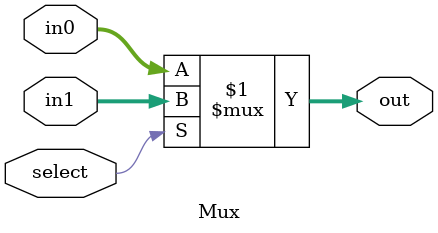
<source format=v>
module Mux
	#(
		parameter LENGTH = 16
	)
	(
		input select,
		input [LENGTH-1:0] in0, in1,
		output [LENGTH-1:0] out
	);

	assign out = select ? in1 : in0;
endmodule


		
</source>
